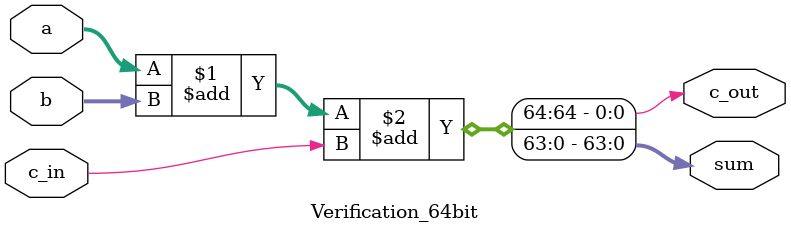
<source format=v>
`timescale 1ns / 1ps


module Verification_64bit(
output c_out, 
output [63:0]sum, 
input [63:0]a, 
input [63:0]b, 
input c_in
);

	assign {c_out, sum} = a + b + c_in;

endmodule


</source>
